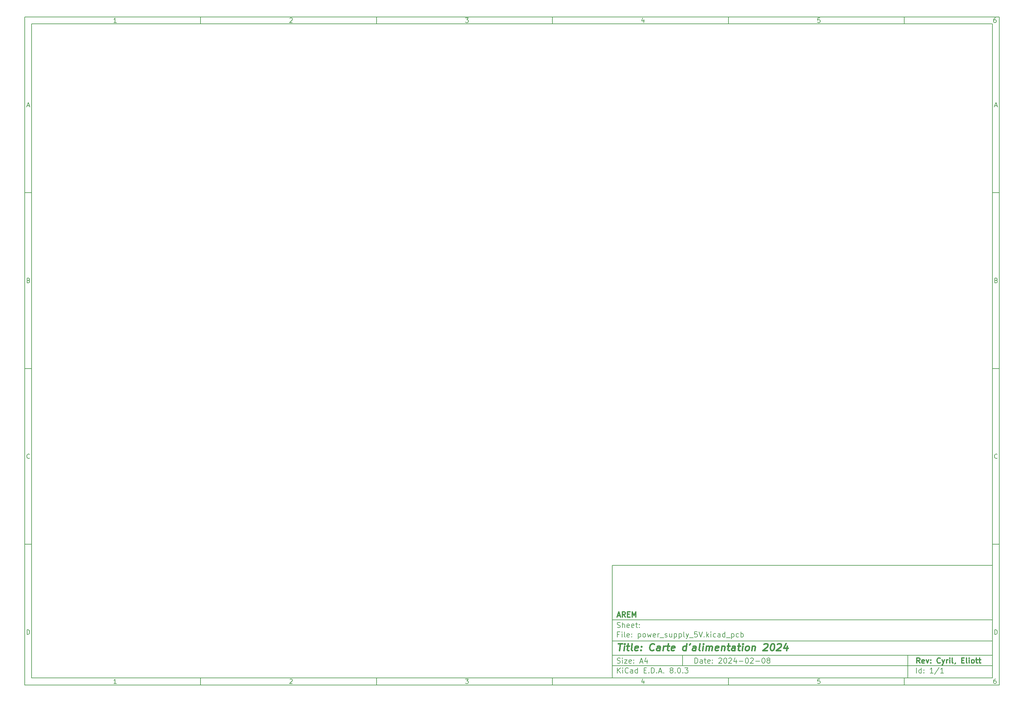
<source format=gbr>
%TF.GenerationSoftware,KiCad,Pcbnew,8.0.3*%
%TF.CreationDate,2024-09-28T16:10:37+02:00*%
%TF.ProjectId,power_supply_5V,706f7765-725f-4737-9570-706c795f3556,Cyril_ Eliott*%
%TF.SameCoordinates,Original*%
%TF.FileFunction,Paste,Top*%
%TF.FilePolarity,Positive*%
%FSLAX46Y46*%
G04 Gerber Fmt 4.6, Leading zero omitted, Abs format (unit mm)*
G04 Created by KiCad (PCBNEW 8.0.3) date 2024-09-28 16:10:37*
%MOMM*%
%LPD*%
G01*
G04 APERTURE LIST*
%ADD10C,0.100000*%
%ADD11C,0.150000*%
%ADD12C,0.300000*%
%ADD13C,0.400000*%
G04 APERTURE END LIST*
D10*
D11*
X177002200Y-166007200D02*
X285002200Y-166007200D01*
X285002200Y-198007200D01*
X177002200Y-198007200D01*
X177002200Y-166007200D01*
D10*
D11*
X10000000Y-10000000D02*
X287002200Y-10000000D01*
X287002200Y-200007200D01*
X10000000Y-200007200D01*
X10000000Y-10000000D01*
D10*
D11*
X12000000Y-12000000D02*
X285002200Y-12000000D01*
X285002200Y-198007200D01*
X12000000Y-198007200D01*
X12000000Y-12000000D01*
D10*
D11*
X60000000Y-12000000D02*
X60000000Y-10000000D01*
D10*
D11*
X110000000Y-12000000D02*
X110000000Y-10000000D01*
D10*
D11*
X160000000Y-12000000D02*
X160000000Y-10000000D01*
D10*
D11*
X210000000Y-12000000D02*
X210000000Y-10000000D01*
D10*
D11*
X260000000Y-12000000D02*
X260000000Y-10000000D01*
D10*
D11*
X36089160Y-11593604D02*
X35346303Y-11593604D01*
X35717731Y-11593604D02*
X35717731Y-10293604D01*
X35717731Y-10293604D02*
X35593922Y-10479319D01*
X35593922Y-10479319D02*
X35470112Y-10603128D01*
X35470112Y-10603128D02*
X35346303Y-10665033D01*
D10*
D11*
X85346303Y-10417414D02*
X85408207Y-10355509D01*
X85408207Y-10355509D02*
X85532017Y-10293604D01*
X85532017Y-10293604D02*
X85841541Y-10293604D01*
X85841541Y-10293604D02*
X85965350Y-10355509D01*
X85965350Y-10355509D02*
X86027255Y-10417414D01*
X86027255Y-10417414D02*
X86089160Y-10541223D01*
X86089160Y-10541223D02*
X86089160Y-10665033D01*
X86089160Y-10665033D02*
X86027255Y-10850747D01*
X86027255Y-10850747D02*
X85284398Y-11593604D01*
X85284398Y-11593604D02*
X86089160Y-11593604D01*
D10*
D11*
X135284398Y-10293604D02*
X136089160Y-10293604D01*
X136089160Y-10293604D02*
X135655826Y-10788842D01*
X135655826Y-10788842D02*
X135841541Y-10788842D01*
X135841541Y-10788842D02*
X135965350Y-10850747D01*
X135965350Y-10850747D02*
X136027255Y-10912652D01*
X136027255Y-10912652D02*
X136089160Y-11036461D01*
X136089160Y-11036461D02*
X136089160Y-11345985D01*
X136089160Y-11345985D02*
X136027255Y-11469795D01*
X136027255Y-11469795D02*
X135965350Y-11531700D01*
X135965350Y-11531700D02*
X135841541Y-11593604D01*
X135841541Y-11593604D02*
X135470112Y-11593604D01*
X135470112Y-11593604D02*
X135346303Y-11531700D01*
X135346303Y-11531700D02*
X135284398Y-11469795D01*
D10*
D11*
X185965350Y-10726938D02*
X185965350Y-11593604D01*
X185655826Y-10231700D02*
X185346303Y-11160271D01*
X185346303Y-11160271D02*
X186151064Y-11160271D01*
D10*
D11*
X236027255Y-10293604D02*
X235408207Y-10293604D01*
X235408207Y-10293604D02*
X235346303Y-10912652D01*
X235346303Y-10912652D02*
X235408207Y-10850747D01*
X235408207Y-10850747D02*
X235532017Y-10788842D01*
X235532017Y-10788842D02*
X235841541Y-10788842D01*
X235841541Y-10788842D02*
X235965350Y-10850747D01*
X235965350Y-10850747D02*
X236027255Y-10912652D01*
X236027255Y-10912652D02*
X236089160Y-11036461D01*
X236089160Y-11036461D02*
X236089160Y-11345985D01*
X236089160Y-11345985D02*
X236027255Y-11469795D01*
X236027255Y-11469795D02*
X235965350Y-11531700D01*
X235965350Y-11531700D02*
X235841541Y-11593604D01*
X235841541Y-11593604D02*
X235532017Y-11593604D01*
X235532017Y-11593604D02*
X235408207Y-11531700D01*
X235408207Y-11531700D02*
X235346303Y-11469795D01*
D10*
D11*
X285965350Y-10293604D02*
X285717731Y-10293604D01*
X285717731Y-10293604D02*
X285593922Y-10355509D01*
X285593922Y-10355509D02*
X285532017Y-10417414D01*
X285532017Y-10417414D02*
X285408207Y-10603128D01*
X285408207Y-10603128D02*
X285346303Y-10850747D01*
X285346303Y-10850747D02*
X285346303Y-11345985D01*
X285346303Y-11345985D02*
X285408207Y-11469795D01*
X285408207Y-11469795D02*
X285470112Y-11531700D01*
X285470112Y-11531700D02*
X285593922Y-11593604D01*
X285593922Y-11593604D02*
X285841541Y-11593604D01*
X285841541Y-11593604D02*
X285965350Y-11531700D01*
X285965350Y-11531700D02*
X286027255Y-11469795D01*
X286027255Y-11469795D02*
X286089160Y-11345985D01*
X286089160Y-11345985D02*
X286089160Y-11036461D01*
X286089160Y-11036461D02*
X286027255Y-10912652D01*
X286027255Y-10912652D02*
X285965350Y-10850747D01*
X285965350Y-10850747D02*
X285841541Y-10788842D01*
X285841541Y-10788842D02*
X285593922Y-10788842D01*
X285593922Y-10788842D02*
X285470112Y-10850747D01*
X285470112Y-10850747D02*
X285408207Y-10912652D01*
X285408207Y-10912652D02*
X285346303Y-11036461D01*
D10*
D11*
X60000000Y-198007200D02*
X60000000Y-200007200D01*
D10*
D11*
X110000000Y-198007200D02*
X110000000Y-200007200D01*
D10*
D11*
X160000000Y-198007200D02*
X160000000Y-200007200D01*
D10*
D11*
X210000000Y-198007200D02*
X210000000Y-200007200D01*
D10*
D11*
X260000000Y-198007200D02*
X260000000Y-200007200D01*
D10*
D11*
X36089160Y-199600804D02*
X35346303Y-199600804D01*
X35717731Y-199600804D02*
X35717731Y-198300804D01*
X35717731Y-198300804D02*
X35593922Y-198486519D01*
X35593922Y-198486519D02*
X35470112Y-198610328D01*
X35470112Y-198610328D02*
X35346303Y-198672233D01*
D10*
D11*
X85346303Y-198424614D02*
X85408207Y-198362709D01*
X85408207Y-198362709D02*
X85532017Y-198300804D01*
X85532017Y-198300804D02*
X85841541Y-198300804D01*
X85841541Y-198300804D02*
X85965350Y-198362709D01*
X85965350Y-198362709D02*
X86027255Y-198424614D01*
X86027255Y-198424614D02*
X86089160Y-198548423D01*
X86089160Y-198548423D02*
X86089160Y-198672233D01*
X86089160Y-198672233D02*
X86027255Y-198857947D01*
X86027255Y-198857947D02*
X85284398Y-199600804D01*
X85284398Y-199600804D02*
X86089160Y-199600804D01*
D10*
D11*
X135284398Y-198300804D02*
X136089160Y-198300804D01*
X136089160Y-198300804D02*
X135655826Y-198796042D01*
X135655826Y-198796042D02*
X135841541Y-198796042D01*
X135841541Y-198796042D02*
X135965350Y-198857947D01*
X135965350Y-198857947D02*
X136027255Y-198919852D01*
X136027255Y-198919852D02*
X136089160Y-199043661D01*
X136089160Y-199043661D02*
X136089160Y-199353185D01*
X136089160Y-199353185D02*
X136027255Y-199476995D01*
X136027255Y-199476995D02*
X135965350Y-199538900D01*
X135965350Y-199538900D02*
X135841541Y-199600804D01*
X135841541Y-199600804D02*
X135470112Y-199600804D01*
X135470112Y-199600804D02*
X135346303Y-199538900D01*
X135346303Y-199538900D02*
X135284398Y-199476995D01*
D10*
D11*
X185965350Y-198734138D02*
X185965350Y-199600804D01*
X185655826Y-198238900D02*
X185346303Y-199167471D01*
X185346303Y-199167471D02*
X186151064Y-199167471D01*
D10*
D11*
X236027255Y-198300804D02*
X235408207Y-198300804D01*
X235408207Y-198300804D02*
X235346303Y-198919852D01*
X235346303Y-198919852D02*
X235408207Y-198857947D01*
X235408207Y-198857947D02*
X235532017Y-198796042D01*
X235532017Y-198796042D02*
X235841541Y-198796042D01*
X235841541Y-198796042D02*
X235965350Y-198857947D01*
X235965350Y-198857947D02*
X236027255Y-198919852D01*
X236027255Y-198919852D02*
X236089160Y-199043661D01*
X236089160Y-199043661D02*
X236089160Y-199353185D01*
X236089160Y-199353185D02*
X236027255Y-199476995D01*
X236027255Y-199476995D02*
X235965350Y-199538900D01*
X235965350Y-199538900D02*
X235841541Y-199600804D01*
X235841541Y-199600804D02*
X235532017Y-199600804D01*
X235532017Y-199600804D02*
X235408207Y-199538900D01*
X235408207Y-199538900D02*
X235346303Y-199476995D01*
D10*
D11*
X285965350Y-198300804D02*
X285717731Y-198300804D01*
X285717731Y-198300804D02*
X285593922Y-198362709D01*
X285593922Y-198362709D02*
X285532017Y-198424614D01*
X285532017Y-198424614D02*
X285408207Y-198610328D01*
X285408207Y-198610328D02*
X285346303Y-198857947D01*
X285346303Y-198857947D02*
X285346303Y-199353185D01*
X285346303Y-199353185D02*
X285408207Y-199476995D01*
X285408207Y-199476995D02*
X285470112Y-199538900D01*
X285470112Y-199538900D02*
X285593922Y-199600804D01*
X285593922Y-199600804D02*
X285841541Y-199600804D01*
X285841541Y-199600804D02*
X285965350Y-199538900D01*
X285965350Y-199538900D02*
X286027255Y-199476995D01*
X286027255Y-199476995D02*
X286089160Y-199353185D01*
X286089160Y-199353185D02*
X286089160Y-199043661D01*
X286089160Y-199043661D02*
X286027255Y-198919852D01*
X286027255Y-198919852D02*
X285965350Y-198857947D01*
X285965350Y-198857947D02*
X285841541Y-198796042D01*
X285841541Y-198796042D02*
X285593922Y-198796042D01*
X285593922Y-198796042D02*
X285470112Y-198857947D01*
X285470112Y-198857947D02*
X285408207Y-198919852D01*
X285408207Y-198919852D02*
X285346303Y-199043661D01*
D10*
D11*
X10000000Y-60000000D02*
X12000000Y-60000000D01*
D10*
D11*
X10000000Y-110000000D02*
X12000000Y-110000000D01*
D10*
D11*
X10000000Y-160000000D02*
X12000000Y-160000000D01*
D10*
D11*
X10690476Y-35222176D02*
X11309523Y-35222176D01*
X10566666Y-35593604D02*
X10999999Y-34293604D01*
X10999999Y-34293604D02*
X11433333Y-35593604D01*
D10*
D11*
X11092857Y-84912652D02*
X11278571Y-84974557D01*
X11278571Y-84974557D02*
X11340476Y-85036461D01*
X11340476Y-85036461D02*
X11402380Y-85160271D01*
X11402380Y-85160271D02*
X11402380Y-85345985D01*
X11402380Y-85345985D02*
X11340476Y-85469795D01*
X11340476Y-85469795D02*
X11278571Y-85531700D01*
X11278571Y-85531700D02*
X11154761Y-85593604D01*
X11154761Y-85593604D02*
X10659523Y-85593604D01*
X10659523Y-85593604D02*
X10659523Y-84293604D01*
X10659523Y-84293604D02*
X11092857Y-84293604D01*
X11092857Y-84293604D02*
X11216666Y-84355509D01*
X11216666Y-84355509D02*
X11278571Y-84417414D01*
X11278571Y-84417414D02*
X11340476Y-84541223D01*
X11340476Y-84541223D02*
X11340476Y-84665033D01*
X11340476Y-84665033D02*
X11278571Y-84788842D01*
X11278571Y-84788842D02*
X11216666Y-84850747D01*
X11216666Y-84850747D02*
X11092857Y-84912652D01*
X11092857Y-84912652D02*
X10659523Y-84912652D01*
D10*
D11*
X11402380Y-135469795D02*
X11340476Y-135531700D01*
X11340476Y-135531700D02*
X11154761Y-135593604D01*
X11154761Y-135593604D02*
X11030952Y-135593604D01*
X11030952Y-135593604D02*
X10845238Y-135531700D01*
X10845238Y-135531700D02*
X10721428Y-135407890D01*
X10721428Y-135407890D02*
X10659523Y-135284080D01*
X10659523Y-135284080D02*
X10597619Y-135036461D01*
X10597619Y-135036461D02*
X10597619Y-134850747D01*
X10597619Y-134850747D02*
X10659523Y-134603128D01*
X10659523Y-134603128D02*
X10721428Y-134479319D01*
X10721428Y-134479319D02*
X10845238Y-134355509D01*
X10845238Y-134355509D02*
X11030952Y-134293604D01*
X11030952Y-134293604D02*
X11154761Y-134293604D01*
X11154761Y-134293604D02*
X11340476Y-134355509D01*
X11340476Y-134355509D02*
X11402380Y-134417414D01*
D10*
D11*
X10659523Y-185593604D02*
X10659523Y-184293604D01*
X10659523Y-184293604D02*
X10969047Y-184293604D01*
X10969047Y-184293604D02*
X11154761Y-184355509D01*
X11154761Y-184355509D02*
X11278571Y-184479319D01*
X11278571Y-184479319D02*
X11340476Y-184603128D01*
X11340476Y-184603128D02*
X11402380Y-184850747D01*
X11402380Y-184850747D02*
X11402380Y-185036461D01*
X11402380Y-185036461D02*
X11340476Y-185284080D01*
X11340476Y-185284080D02*
X11278571Y-185407890D01*
X11278571Y-185407890D02*
X11154761Y-185531700D01*
X11154761Y-185531700D02*
X10969047Y-185593604D01*
X10969047Y-185593604D02*
X10659523Y-185593604D01*
D10*
D11*
X287002200Y-60000000D02*
X285002200Y-60000000D01*
D10*
D11*
X287002200Y-110000000D02*
X285002200Y-110000000D01*
D10*
D11*
X287002200Y-160000000D02*
X285002200Y-160000000D01*
D10*
D11*
X285692676Y-35222176D02*
X286311723Y-35222176D01*
X285568866Y-35593604D02*
X286002199Y-34293604D01*
X286002199Y-34293604D02*
X286435533Y-35593604D01*
D10*
D11*
X286095057Y-84912652D02*
X286280771Y-84974557D01*
X286280771Y-84974557D02*
X286342676Y-85036461D01*
X286342676Y-85036461D02*
X286404580Y-85160271D01*
X286404580Y-85160271D02*
X286404580Y-85345985D01*
X286404580Y-85345985D02*
X286342676Y-85469795D01*
X286342676Y-85469795D02*
X286280771Y-85531700D01*
X286280771Y-85531700D02*
X286156961Y-85593604D01*
X286156961Y-85593604D02*
X285661723Y-85593604D01*
X285661723Y-85593604D02*
X285661723Y-84293604D01*
X285661723Y-84293604D02*
X286095057Y-84293604D01*
X286095057Y-84293604D02*
X286218866Y-84355509D01*
X286218866Y-84355509D02*
X286280771Y-84417414D01*
X286280771Y-84417414D02*
X286342676Y-84541223D01*
X286342676Y-84541223D02*
X286342676Y-84665033D01*
X286342676Y-84665033D02*
X286280771Y-84788842D01*
X286280771Y-84788842D02*
X286218866Y-84850747D01*
X286218866Y-84850747D02*
X286095057Y-84912652D01*
X286095057Y-84912652D02*
X285661723Y-84912652D01*
D10*
D11*
X286404580Y-135469795D02*
X286342676Y-135531700D01*
X286342676Y-135531700D02*
X286156961Y-135593604D01*
X286156961Y-135593604D02*
X286033152Y-135593604D01*
X286033152Y-135593604D02*
X285847438Y-135531700D01*
X285847438Y-135531700D02*
X285723628Y-135407890D01*
X285723628Y-135407890D02*
X285661723Y-135284080D01*
X285661723Y-135284080D02*
X285599819Y-135036461D01*
X285599819Y-135036461D02*
X285599819Y-134850747D01*
X285599819Y-134850747D02*
X285661723Y-134603128D01*
X285661723Y-134603128D02*
X285723628Y-134479319D01*
X285723628Y-134479319D02*
X285847438Y-134355509D01*
X285847438Y-134355509D02*
X286033152Y-134293604D01*
X286033152Y-134293604D02*
X286156961Y-134293604D01*
X286156961Y-134293604D02*
X286342676Y-134355509D01*
X286342676Y-134355509D02*
X286404580Y-134417414D01*
D10*
D11*
X285661723Y-185593604D02*
X285661723Y-184293604D01*
X285661723Y-184293604D02*
X285971247Y-184293604D01*
X285971247Y-184293604D02*
X286156961Y-184355509D01*
X286156961Y-184355509D02*
X286280771Y-184479319D01*
X286280771Y-184479319D02*
X286342676Y-184603128D01*
X286342676Y-184603128D02*
X286404580Y-184850747D01*
X286404580Y-184850747D02*
X286404580Y-185036461D01*
X286404580Y-185036461D02*
X286342676Y-185284080D01*
X286342676Y-185284080D02*
X286280771Y-185407890D01*
X286280771Y-185407890D02*
X286156961Y-185531700D01*
X286156961Y-185531700D02*
X285971247Y-185593604D01*
X285971247Y-185593604D02*
X285661723Y-185593604D01*
D10*
D11*
X200458026Y-193793328D02*
X200458026Y-192293328D01*
X200458026Y-192293328D02*
X200815169Y-192293328D01*
X200815169Y-192293328D02*
X201029455Y-192364757D01*
X201029455Y-192364757D02*
X201172312Y-192507614D01*
X201172312Y-192507614D02*
X201243741Y-192650471D01*
X201243741Y-192650471D02*
X201315169Y-192936185D01*
X201315169Y-192936185D02*
X201315169Y-193150471D01*
X201315169Y-193150471D02*
X201243741Y-193436185D01*
X201243741Y-193436185D02*
X201172312Y-193579042D01*
X201172312Y-193579042D02*
X201029455Y-193721900D01*
X201029455Y-193721900D02*
X200815169Y-193793328D01*
X200815169Y-193793328D02*
X200458026Y-193793328D01*
X202600884Y-193793328D02*
X202600884Y-193007614D01*
X202600884Y-193007614D02*
X202529455Y-192864757D01*
X202529455Y-192864757D02*
X202386598Y-192793328D01*
X202386598Y-192793328D02*
X202100884Y-192793328D01*
X202100884Y-192793328D02*
X201958026Y-192864757D01*
X202600884Y-193721900D02*
X202458026Y-193793328D01*
X202458026Y-193793328D02*
X202100884Y-193793328D01*
X202100884Y-193793328D02*
X201958026Y-193721900D01*
X201958026Y-193721900D02*
X201886598Y-193579042D01*
X201886598Y-193579042D02*
X201886598Y-193436185D01*
X201886598Y-193436185D02*
X201958026Y-193293328D01*
X201958026Y-193293328D02*
X202100884Y-193221900D01*
X202100884Y-193221900D02*
X202458026Y-193221900D01*
X202458026Y-193221900D02*
X202600884Y-193150471D01*
X203100884Y-192793328D02*
X203672312Y-192793328D01*
X203315169Y-192293328D02*
X203315169Y-193579042D01*
X203315169Y-193579042D02*
X203386598Y-193721900D01*
X203386598Y-193721900D02*
X203529455Y-193793328D01*
X203529455Y-193793328D02*
X203672312Y-193793328D01*
X204743741Y-193721900D02*
X204600884Y-193793328D01*
X204600884Y-193793328D02*
X204315170Y-193793328D01*
X204315170Y-193793328D02*
X204172312Y-193721900D01*
X204172312Y-193721900D02*
X204100884Y-193579042D01*
X204100884Y-193579042D02*
X204100884Y-193007614D01*
X204100884Y-193007614D02*
X204172312Y-192864757D01*
X204172312Y-192864757D02*
X204315170Y-192793328D01*
X204315170Y-192793328D02*
X204600884Y-192793328D01*
X204600884Y-192793328D02*
X204743741Y-192864757D01*
X204743741Y-192864757D02*
X204815170Y-193007614D01*
X204815170Y-193007614D02*
X204815170Y-193150471D01*
X204815170Y-193150471D02*
X204100884Y-193293328D01*
X205458026Y-193650471D02*
X205529455Y-193721900D01*
X205529455Y-193721900D02*
X205458026Y-193793328D01*
X205458026Y-193793328D02*
X205386598Y-193721900D01*
X205386598Y-193721900D02*
X205458026Y-193650471D01*
X205458026Y-193650471D02*
X205458026Y-193793328D01*
X205458026Y-192864757D02*
X205529455Y-192936185D01*
X205529455Y-192936185D02*
X205458026Y-193007614D01*
X205458026Y-193007614D02*
X205386598Y-192936185D01*
X205386598Y-192936185D02*
X205458026Y-192864757D01*
X205458026Y-192864757D02*
X205458026Y-193007614D01*
X207243741Y-192436185D02*
X207315169Y-192364757D01*
X207315169Y-192364757D02*
X207458027Y-192293328D01*
X207458027Y-192293328D02*
X207815169Y-192293328D01*
X207815169Y-192293328D02*
X207958027Y-192364757D01*
X207958027Y-192364757D02*
X208029455Y-192436185D01*
X208029455Y-192436185D02*
X208100884Y-192579042D01*
X208100884Y-192579042D02*
X208100884Y-192721900D01*
X208100884Y-192721900D02*
X208029455Y-192936185D01*
X208029455Y-192936185D02*
X207172312Y-193793328D01*
X207172312Y-193793328D02*
X208100884Y-193793328D01*
X209029455Y-192293328D02*
X209172312Y-192293328D01*
X209172312Y-192293328D02*
X209315169Y-192364757D01*
X209315169Y-192364757D02*
X209386598Y-192436185D01*
X209386598Y-192436185D02*
X209458026Y-192579042D01*
X209458026Y-192579042D02*
X209529455Y-192864757D01*
X209529455Y-192864757D02*
X209529455Y-193221900D01*
X209529455Y-193221900D02*
X209458026Y-193507614D01*
X209458026Y-193507614D02*
X209386598Y-193650471D01*
X209386598Y-193650471D02*
X209315169Y-193721900D01*
X209315169Y-193721900D02*
X209172312Y-193793328D01*
X209172312Y-193793328D02*
X209029455Y-193793328D01*
X209029455Y-193793328D02*
X208886598Y-193721900D01*
X208886598Y-193721900D02*
X208815169Y-193650471D01*
X208815169Y-193650471D02*
X208743740Y-193507614D01*
X208743740Y-193507614D02*
X208672312Y-193221900D01*
X208672312Y-193221900D02*
X208672312Y-192864757D01*
X208672312Y-192864757D02*
X208743740Y-192579042D01*
X208743740Y-192579042D02*
X208815169Y-192436185D01*
X208815169Y-192436185D02*
X208886598Y-192364757D01*
X208886598Y-192364757D02*
X209029455Y-192293328D01*
X210100883Y-192436185D02*
X210172311Y-192364757D01*
X210172311Y-192364757D02*
X210315169Y-192293328D01*
X210315169Y-192293328D02*
X210672311Y-192293328D01*
X210672311Y-192293328D02*
X210815169Y-192364757D01*
X210815169Y-192364757D02*
X210886597Y-192436185D01*
X210886597Y-192436185D02*
X210958026Y-192579042D01*
X210958026Y-192579042D02*
X210958026Y-192721900D01*
X210958026Y-192721900D02*
X210886597Y-192936185D01*
X210886597Y-192936185D02*
X210029454Y-193793328D01*
X210029454Y-193793328D02*
X210958026Y-193793328D01*
X212243740Y-192793328D02*
X212243740Y-193793328D01*
X211886597Y-192221900D02*
X211529454Y-193293328D01*
X211529454Y-193293328D02*
X212458025Y-193293328D01*
X213029453Y-193221900D02*
X214172311Y-193221900D01*
X215172311Y-192293328D02*
X215315168Y-192293328D01*
X215315168Y-192293328D02*
X215458025Y-192364757D01*
X215458025Y-192364757D02*
X215529454Y-192436185D01*
X215529454Y-192436185D02*
X215600882Y-192579042D01*
X215600882Y-192579042D02*
X215672311Y-192864757D01*
X215672311Y-192864757D02*
X215672311Y-193221900D01*
X215672311Y-193221900D02*
X215600882Y-193507614D01*
X215600882Y-193507614D02*
X215529454Y-193650471D01*
X215529454Y-193650471D02*
X215458025Y-193721900D01*
X215458025Y-193721900D02*
X215315168Y-193793328D01*
X215315168Y-193793328D02*
X215172311Y-193793328D01*
X215172311Y-193793328D02*
X215029454Y-193721900D01*
X215029454Y-193721900D02*
X214958025Y-193650471D01*
X214958025Y-193650471D02*
X214886596Y-193507614D01*
X214886596Y-193507614D02*
X214815168Y-193221900D01*
X214815168Y-193221900D02*
X214815168Y-192864757D01*
X214815168Y-192864757D02*
X214886596Y-192579042D01*
X214886596Y-192579042D02*
X214958025Y-192436185D01*
X214958025Y-192436185D02*
X215029454Y-192364757D01*
X215029454Y-192364757D02*
X215172311Y-192293328D01*
X216243739Y-192436185D02*
X216315167Y-192364757D01*
X216315167Y-192364757D02*
X216458025Y-192293328D01*
X216458025Y-192293328D02*
X216815167Y-192293328D01*
X216815167Y-192293328D02*
X216958025Y-192364757D01*
X216958025Y-192364757D02*
X217029453Y-192436185D01*
X217029453Y-192436185D02*
X217100882Y-192579042D01*
X217100882Y-192579042D02*
X217100882Y-192721900D01*
X217100882Y-192721900D02*
X217029453Y-192936185D01*
X217029453Y-192936185D02*
X216172310Y-193793328D01*
X216172310Y-193793328D02*
X217100882Y-193793328D01*
X217743738Y-193221900D02*
X218886596Y-193221900D01*
X219886596Y-192293328D02*
X220029453Y-192293328D01*
X220029453Y-192293328D02*
X220172310Y-192364757D01*
X220172310Y-192364757D02*
X220243739Y-192436185D01*
X220243739Y-192436185D02*
X220315167Y-192579042D01*
X220315167Y-192579042D02*
X220386596Y-192864757D01*
X220386596Y-192864757D02*
X220386596Y-193221900D01*
X220386596Y-193221900D02*
X220315167Y-193507614D01*
X220315167Y-193507614D02*
X220243739Y-193650471D01*
X220243739Y-193650471D02*
X220172310Y-193721900D01*
X220172310Y-193721900D02*
X220029453Y-193793328D01*
X220029453Y-193793328D02*
X219886596Y-193793328D01*
X219886596Y-193793328D02*
X219743739Y-193721900D01*
X219743739Y-193721900D02*
X219672310Y-193650471D01*
X219672310Y-193650471D02*
X219600881Y-193507614D01*
X219600881Y-193507614D02*
X219529453Y-193221900D01*
X219529453Y-193221900D02*
X219529453Y-192864757D01*
X219529453Y-192864757D02*
X219600881Y-192579042D01*
X219600881Y-192579042D02*
X219672310Y-192436185D01*
X219672310Y-192436185D02*
X219743739Y-192364757D01*
X219743739Y-192364757D02*
X219886596Y-192293328D01*
X221243738Y-192936185D02*
X221100881Y-192864757D01*
X221100881Y-192864757D02*
X221029452Y-192793328D01*
X221029452Y-192793328D02*
X220958024Y-192650471D01*
X220958024Y-192650471D02*
X220958024Y-192579042D01*
X220958024Y-192579042D02*
X221029452Y-192436185D01*
X221029452Y-192436185D02*
X221100881Y-192364757D01*
X221100881Y-192364757D02*
X221243738Y-192293328D01*
X221243738Y-192293328D02*
X221529452Y-192293328D01*
X221529452Y-192293328D02*
X221672310Y-192364757D01*
X221672310Y-192364757D02*
X221743738Y-192436185D01*
X221743738Y-192436185D02*
X221815167Y-192579042D01*
X221815167Y-192579042D02*
X221815167Y-192650471D01*
X221815167Y-192650471D02*
X221743738Y-192793328D01*
X221743738Y-192793328D02*
X221672310Y-192864757D01*
X221672310Y-192864757D02*
X221529452Y-192936185D01*
X221529452Y-192936185D02*
X221243738Y-192936185D01*
X221243738Y-192936185D02*
X221100881Y-193007614D01*
X221100881Y-193007614D02*
X221029452Y-193079042D01*
X221029452Y-193079042D02*
X220958024Y-193221900D01*
X220958024Y-193221900D02*
X220958024Y-193507614D01*
X220958024Y-193507614D02*
X221029452Y-193650471D01*
X221029452Y-193650471D02*
X221100881Y-193721900D01*
X221100881Y-193721900D02*
X221243738Y-193793328D01*
X221243738Y-193793328D02*
X221529452Y-193793328D01*
X221529452Y-193793328D02*
X221672310Y-193721900D01*
X221672310Y-193721900D02*
X221743738Y-193650471D01*
X221743738Y-193650471D02*
X221815167Y-193507614D01*
X221815167Y-193507614D02*
X221815167Y-193221900D01*
X221815167Y-193221900D02*
X221743738Y-193079042D01*
X221743738Y-193079042D02*
X221672310Y-193007614D01*
X221672310Y-193007614D02*
X221529452Y-192936185D01*
D10*
D11*
X177002200Y-194507200D02*
X285002200Y-194507200D01*
D10*
D11*
X178458026Y-196593328D02*
X178458026Y-195093328D01*
X179315169Y-196593328D02*
X178672312Y-195736185D01*
X179315169Y-195093328D02*
X178458026Y-195950471D01*
X179958026Y-196593328D02*
X179958026Y-195593328D01*
X179958026Y-195093328D02*
X179886598Y-195164757D01*
X179886598Y-195164757D02*
X179958026Y-195236185D01*
X179958026Y-195236185D02*
X180029455Y-195164757D01*
X180029455Y-195164757D02*
X179958026Y-195093328D01*
X179958026Y-195093328D02*
X179958026Y-195236185D01*
X181529455Y-196450471D02*
X181458027Y-196521900D01*
X181458027Y-196521900D02*
X181243741Y-196593328D01*
X181243741Y-196593328D02*
X181100884Y-196593328D01*
X181100884Y-196593328D02*
X180886598Y-196521900D01*
X180886598Y-196521900D02*
X180743741Y-196379042D01*
X180743741Y-196379042D02*
X180672312Y-196236185D01*
X180672312Y-196236185D02*
X180600884Y-195950471D01*
X180600884Y-195950471D02*
X180600884Y-195736185D01*
X180600884Y-195736185D02*
X180672312Y-195450471D01*
X180672312Y-195450471D02*
X180743741Y-195307614D01*
X180743741Y-195307614D02*
X180886598Y-195164757D01*
X180886598Y-195164757D02*
X181100884Y-195093328D01*
X181100884Y-195093328D02*
X181243741Y-195093328D01*
X181243741Y-195093328D02*
X181458027Y-195164757D01*
X181458027Y-195164757D02*
X181529455Y-195236185D01*
X182815170Y-196593328D02*
X182815170Y-195807614D01*
X182815170Y-195807614D02*
X182743741Y-195664757D01*
X182743741Y-195664757D02*
X182600884Y-195593328D01*
X182600884Y-195593328D02*
X182315170Y-195593328D01*
X182315170Y-195593328D02*
X182172312Y-195664757D01*
X182815170Y-196521900D02*
X182672312Y-196593328D01*
X182672312Y-196593328D02*
X182315170Y-196593328D01*
X182315170Y-196593328D02*
X182172312Y-196521900D01*
X182172312Y-196521900D02*
X182100884Y-196379042D01*
X182100884Y-196379042D02*
X182100884Y-196236185D01*
X182100884Y-196236185D02*
X182172312Y-196093328D01*
X182172312Y-196093328D02*
X182315170Y-196021900D01*
X182315170Y-196021900D02*
X182672312Y-196021900D01*
X182672312Y-196021900D02*
X182815170Y-195950471D01*
X184172313Y-196593328D02*
X184172313Y-195093328D01*
X184172313Y-196521900D02*
X184029455Y-196593328D01*
X184029455Y-196593328D02*
X183743741Y-196593328D01*
X183743741Y-196593328D02*
X183600884Y-196521900D01*
X183600884Y-196521900D02*
X183529455Y-196450471D01*
X183529455Y-196450471D02*
X183458027Y-196307614D01*
X183458027Y-196307614D02*
X183458027Y-195879042D01*
X183458027Y-195879042D02*
X183529455Y-195736185D01*
X183529455Y-195736185D02*
X183600884Y-195664757D01*
X183600884Y-195664757D02*
X183743741Y-195593328D01*
X183743741Y-195593328D02*
X184029455Y-195593328D01*
X184029455Y-195593328D02*
X184172313Y-195664757D01*
X186029455Y-195807614D02*
X186529455Y-195807614D01*
X186743741Y-196593328D02*
X186029455Y-196593328D01*
X186029455Y-196593328D02*
X186029455Y-195093328D01*
X186029455Y-195093328D02*
X186743741Y-195093328D01*
X187386598Y-196450471D02*
X187458027Y-196521900D01*
X187458027Y-196521900D02*
X187386598Y-196593328D01*
X187386598Y-196593328D02*
X187315170Y-196521900D01*
X187315170Y-196521900D02*
X187386598Y-196450471D01*
X187386598Y-196450471D02*
X187386598Y-196593328D01*
X188100884Y-196593328D02*
X188100884Y-195093328D01*
X188100884Y-195093328D02*
X188458027Y-195093328D01*
X188458027Y-195093328D02*
X188672313Y-195164757D01*
X188672313Y-195164757D02*
X188815170Y-195307614D01*
X188815170Y-195307614D02*
X188886599Y-195450471D01*
X188886599Y-195450471D02*
X188958027Y-195736185D01*
X188958027Y-195736185D02*
X188958027Y-195950471D01*
X188958027Y-195950471D02*
X188886599Y-196236185D01*
X188886599Y-196236185D02*
X188815170Y-196379042D01*
X188815170Y-196379042D02*
X188672313Y-196521900D01*
X188672313Y-196521900D02*
X188458027Y-196593328D01*
X188458027Y-196593328D02*
X188100884Y-196593328D01*
X189600884Y-196450471D02*
X189672313Y-196521900D01*
X189672313Y-196521900D02*
X189600884Y-196593328D01*
X189600884Y-196593328D02*
X189529456Y-196521900D01*
X189529456Y-196521900D02*
X189600884Y-196450471D01*
X189600884Y-196450471D02*
X189600884Y-196593328D01*
X190243742Y-196164757D02*
X190958028Y-196164757D01*
X190100885Y-196593328D02*
X190600885Y-195093328D01*
X190600885Y-195093328D02*
X191100885Y-196593328D01*
X191600884Y-196450471D02*
X191672313Y-196521900D01*
X191672313Y-196521900D02*
X191600884Y-196593328D01*
X191600884Y-196593328D02*
X191529456Y-196521900D01*
X191529456Y-196521900D02*
X191600884Y-196450471D01*
X191600884Y-196450471D02*
X191600884Y-196593328D01*
X193672313Y-195736185D02*
X193529456Y-195664757D01*
X193529456Y-195664757D02*
X193458027Y-195593328D01*
X193458027Y-195593328D02*
X193386599Y-195450471D01*
X193386599Y-195450471D02*
X193386599Y-195379042D01*
X193386599Y-195379042D02*
X193458027Y-195236185D01*
X193458027Y-195236185D02*
X193529456Y-195164757D01*
X193529456Y-195164757D02*
X193672313Y-195093328D01*
X193672313Y-195093328D02*
X193958027Y-195093328D01*
X193958027Y-195093328D02*
X194100885Y-195164757D01*
X194100885Y-195164757D02*
X194172313Y-195236185D01*
X194172313Y-195236185D02*
X194243742Y-195379042D01*
X194243742Y-195379042D02*
X194243742Y-195450471D01*
X194243742Y-195450471D02*
X194172313Y-195593328D01*
X194172313Y-195593328D02*
X194100885Y-195664757D01*
X194100885Y-195664757D02*
X193958027Y-195736185D01*
X193958027Y-195736185D02*
X193672313Y-195736185D01*
X193672313Y-195736185D02*
X193529456Y-195807614D01*
X193529456Y-195807614D02*
X193458027Y-195879042D01*
X193458027Y-195879042D02*
X193386599Y-196021900D01*
X193386599Y-196021900D02*
X193386599Y-196307614D01*
X193386599Y-196307614D02*
X193458027Y-196450471D01*
X193458027Y-196450471D02*
X193529456Y-196521900D01*
X193529456Y-196521900D02*
X193672313Y-196593328D01*
X193672313Y-196593328D02*
X193958027Y-196593328D01*
X193958027Y-196593328D02*
X194100885Y-196521900D01*
X194100885Y-196521900D02*
X194172313Y-196450471D01*
X194172313Y-196450471D02*
X194243742Y-196307614D01*
X194243742Y-196307614D02*
X194243742Y-196021900D01*
X194243742Y-196021900D02*
X194172313Y-195879042D01*
X194172313Y-195879042D02*
X194100885Y-195807614D01*
X194100885Y-195807614D02*
X193958027Y-195736185D01*
X194886598Y-196450471D02*
X194958027Y-196521900D01*
X194958027Y-196521900D02*
X194886598Y-196593328D01*
X194886598Y-196593328D02*
X194815170Y-196521900D01*
X194815170Y-196521900D02*
X194886598Y-196450471D01*
X194886598Y-196450471D02*
X194886598Y-196593328D01*
X195886599Y-195093328D02*
X196029456Y-195093328D01*
X196029456Y-195093328D02*
X196172313Y-195164757D01*
X196172313Y-195164757D02*
X196243742Y-195236185D01*
X196243742Y-195236185D02*
X196315170Y-195379042D01*
X196315170Y-195379042D02*
X196386599Y-195664757D01*
X196386599Y-195664757D02*
X196386599Y-196021900D01*
X196386599Y-196021900D02*
X196315170Y-196307614D01*
X196315170Y-196307614D02*
X196243742Y-196450471D01*
X196243742Y-196450471D02*
X196172313Y-196521900D01*
X196172313Y-196521900D02*
X196029456Y-196593328D01*
X196029456Y-196593328D02*
X195886599Y-196593328D01*
X195886599Y-196593328D02*
X195743742Y-196521900D01*
X195743742Y-196521900D02*
X195672313Y-196450471D01*
X195672313Y-196450471D02*
X195600884Y-196307614D01*
X195600884Y-196307614D02*
X195529456Y-196021900D01*
X195529456Y-196021900D02*
X195529456Y-195664757D01*
X195529456Y-195664757D02*
X195600884Y-195379042D01*
X195600884Y-195379042D02*
X195672313Y-195236185D01*
X195672313Y-195236185D02*
X195743742Y-195164757D01*
X195743742Y-195164757D02*
X195886599Y-195093328D01*
X197029455Y-196450471D02*
X197100884Y-196521900D01*
X197100884Y-196521900D02*
X197029455Y-196593328D01*
X197029455Y-196593328D02*
X196958027Y-196521900D01*
X196958027Y-196521900D02*
X197029455Y-196450471D01*
X197029455Y-196450471D02*
X197029455Y-196593328D01*
X197600884Y-195093328D02*
X198529456Y-195093328D01*
X198529456Y-195093328D02*
X198029456Y-195664757D01*
X198029456Y-195664757D02*
X198243741Y-195664757D01*
X198243741Y-195664757D02*
X198386599Y-195736185D01*
X198386599Y-195736185D02*
X198458027Y-195807614D01*
X198458027Y-195807614D02*
X198529456Y-195950471D01*
X198529456Y-195950471D02*
X198529456Y-196307614D01*
X198529456Y-196307614D02*
X198458027Y-196450471D01*
X198458027Y-196450471D02*
X198386599Y-196521900D01*
X198386599Y-196521900D02*
X198243741Y-196593328D01*
X198243741Y-196593328D02*
X197815170Y-196593328D01*
X197815170Y-196593328D02*
X197672313Y-196521900D01*
X197672313Y-196521900D02*
X197600884Y-196450471D01*
D10*
D11*
X177002200Y-191507200D02*
X285002200Y-191507200D01*
D10*
D12*
X264413853Y-193785528D02*
X263913853Y-193071242D01*
X263556710Y-193785528D02*
X263556710Y-192285528D01*
X263556710Y-192285528D02*
X264128139Y-192285528D01*
X264128139Y-192285528D02*
X264270996Y-192356957D01*
X264270996Y-192356957D02*
X264342425Y-192428385D01*
X264342425Y-192428385D02*
X264413853Y-192571242D01*
X264413853Y-192571242D02*
X264413853Y-192785528D01*
X264413853Y-192785528D02*
X264342425Y-192928385D01*
X264342425Y-192928385D02*
X264270996Y-192999814D01*
X264270996Y-192999814D02*
X264128139Y-193071242D01*
X264128139Y-193071242D02*
X263556710Y-193071242D01*
X265628139Y-193714100D02*
X265485282Y-193785528D01*
X265485282Y-193785528D02*
X265199568Y-193785528D01*
X265199568Y-193785528D02*
X265056710Y-193714100D01*
X265056710Y-193714100D02*
X264985282Y-193571242D01*
X264985282Y-193571242D02*
X264985282Y-192999814D01*
X264985282Y-192999814D02*
X265056710Y-192856957D01*
X265056710Y-192856957D02*
X265199568Y-192785528D01*
X265199568Y-192785528D02*
X265485282Y-192785528D01*
X265485282Y-192785528D02*
X265628139Y-192856957D01*
X265628139Y-192856957D02*
X265699568Y-192999814D01*
X265699568Y-192999814D02*
X265699568Y-193142671D01*
X265699568Y-193142671D02*
X264985282Y-193285528D01*
X266199567Y-192785528D02*
X266556710Y-193785528D01*
X266556710Y-193785528D02*
X266913853Y-192785528D01*
X267485281Y-193642671D02*
X267556710Y-193714100D01*
X267556710Y-193714100D02*
X267485281Y-193785528D01*
X267485281Y-193785528D02*
X267413853Y-193714100D01*
X267413853Y-193714100D02*
X267485281Y-193642671D01*
X267485281Y-193642671D02*
X267485281Y-193785528D01*
X267485281Y-192856957D02*
X267556710Y-192928385D01*
X267556710Y-192928385D02*
X267485281Y-192999814D01*
X267485281Y-192999814D02*
X267413853Y-192928385D01*
X267413853Y-192928385D02*
X267485281Y-192856957D01*
X267485281Y-192856957D02*
X267485281Y-192999814D01*
X270199567Y-193642671D02*
X270128139Y-193714100D01*
X270128139Y-193714100D02*
X269913853Y-193785528D01*
X269913853Y-193785528D02*
X269770996Y-193785528D01*
X269770996Y-193785528D02*
X269556710Y-193714100D01*
X269556710Y-193714100D02*
X269413853Y-193571242D01*
X269413853Y-193571242D02*
X269342424Y-193428385D01*
X269342424Y-193428385D02*
X269270996Y-193142671D01*
X269270996Y-193142671D02*
X269270996Y-192928385D01*
X269270996Y-192928385D02*
X269342424Y-192642671D01*
X269342424Y-192642671D02*
X269413853Y-192499814D01*
X269413853Y-192499814D02*
X269556710Y-192356957D01*
X269556710Y-192356957D02*
X269770996Y-192285528D01*
X269770996Y-192285528D02*
X269913853Y-192285528D01*
X269913853Y-192285528D02*
X270128139Y-192356957D01*
X270128139Y-192356957D02*
X270199567Y-192428385D01*
X270699567Y-192785528D02*
X271056710Y-193785528D01*
X271413853Y-192785528D02*
X271056710Y-193785528D01*
X271056710Y-193785528D02*
X270913853Y-194142671D01*
X270913853Y-194142671D02*
X270842424Y-194214100D01*
X270842424Y-194214100D02*
X270699567Y-194285528D01*
X271985281Y-193785528D02*
X271985281Y-192785528D01*
X271985281Y-193071242D02*
X272056710Y-192928385D01*
X272056710Y-192928385D02*
X272128139Y-192856957D01*
X272128139Y-192856957D02*
X272270996Y-192785528D01*
X272270996Y-192785528D02*
X272413853Y-192785528D01*
X272913852Y-193785528D02*
X272913852Y-192785528D01*
X272913852Y-192285528D02*
X272842424Y-192356957D01*
X272842424Y-192356957D02*
X272913852Y-192428385D01*
X272913852Y-192428385D02*
X272985281Y-192356957D01*
X272985281Y-192356957D02*
X272913852Y-192285528D01*
X272913852Y-192285528D02*
X272913852Y-192428385D01*
X273842424Y-193785528D02*
X273699567Y-193714100D01*
X273699567Y-193714100D02*
X273628138Y-193571242D01*
X273628138Y-193571242D02*
X273628138Y-192285528D01*
X274485281Y-193714100D02*
X274485281Y-193785528D01*
X274485281Y-193785528D02*
X274413852Y-193928385D01*
X274413852Y-193928385D02*
X274342424Y-193999814D01*
X276270995Y-192999814D02*
X276770995Y-192999814D01*
X276985281Y-193785528D02*
X276270995Y-193785528D01*
X276270995Y-193785528D02*
X276270995Y-192285528D01*
X276270995Y-192285528D02*
X276985281Y-192285528D01*
X277842424Y-193785528D02*
X277699567Y-193714100D01*
X277699567Y-193714100D02*
X277628138Y-193571242D01*
X277628138Y-193571242D02*
X277628138Y-192285528D01*
X278413852Y-193785528D02*
X278413852Y-192785528D01*
X278413852Y-192285528D02*
X278342424Y-192356957D01*
X278342424Y-192356957D02*
X278413852Y-192428385D01*
X278413852Y-192428385D02*
X278485281Y-192356957D01*
X278485281Y-192356957D02*
X278413852Y-192285528D01*
X278413852Y-192285528D02*
X278413852Y-192428385D01*
X279342424Y-193785528D02*
X279199567Y-193714100D01*
X279199567Y-193714100D02*
X279128138Y-193642671D01*
X279128138Y-193642671D02*
X279056710Y-193499814D01*
X279056710Y-193499814D02*
X279056710Y-193071242D01*
X279056710Y-193071242D02*
X279128138Y-192928385D01*
X279128138Y-192928385D02*
X279199567Y-192856957D01*
X279199567Y-192856957D02*
X279342424Y-192785528D01*
X279342424Y-192785528D02*
X279556710Y-192785528D01*
X279556710Y-192785528D02*
X279699567Y-192856957D01*
X279699567Y-192856957D02*
X279770996Y-192928385D01*
X279770996Y-192928385D02*
X279842424Y-193071242D01*
X279842424Y-193071242D02*
X279842424Y-193499814D01*
X279842424Y-193499814D02*
X279770996Y-193642671D01*
X279770996Y-193642671D02*
X279699567Y-193714100D01*
X279699567Y-193714100D02*
X279556710Y-193785528D01*
X279556710Y-193785528D02*
X279342424Y-193785528D01*
X280270996Y-192785528D02*
X280842424Y-192785528D01*
X280485281Y-192285528D02*
X280485281Y-193571242D01*
X280485281Y-193571242D02*
X280556710Y-193714100D01*
X280556710Y-193714100D02*
X280699567Y-193785528D01*
X280699567Y-193785528D02*
X280842424Y-193785528D01*
X281128139Y-192785528D02*
X281699567Y-192785528D01*
X281342424Y-192285528D02*
X281342424Y-193571242D01*
X281342424Y-193571242D02*
X281413853Y-193714100D01*
X281413853Y-193714100D02*
X281556710Y-193785528D01*
X281556710Y-193785528D02*
X281699567Y-193785528D01*
D10*
D11*
X178386598Y-193721900D02*
X178600884Y-193793328D01*
X178600884Y-193793328D02*
X178958026Y-193793328D01*
X178958026Y-193793328D02*
X179100884Y-193721900D01*
X179100884Y-193721900D02*
X179172312Y-193650471D01*
X179172312Y-193650471D02*
X179243741Y-193507614D01*
X179243741Y-193507614D02*
X179243741Y-193364757D01*
X179243741Y-193364757D02*
X179172312Y-193221900D01*
X179172312Y-193221900D02*
X179100884Y-193150471D01*
X179100884Y-193150471D02*
X178958026Y-193079042D01*
X178958026Y-193079042D02*
X178672312Y-193007614D01*
X178672312Y-193007614D02*
X178529455Y-192936185D01*
X178529455Y-192936185D02*
X178458026Y-192864757D01*
X178458026Y-192864757D02*
X178386598Y-192721900D01*
X178386598Y-192721900D02*
X178386598Y-192579042D01*
X178386598Y-192579042D02*
X178458026Y-192436185D01*
X178458026Y-192436185D02*
X178529455Y-192364757D01*
X178529455Y-192364757D02*
X178672312Y-192293328D01*
X178672312Y-192293328D02*
X179029455Y-192293328D01*
X179029455Y-192293328D02*
X179243741Y-192364757D01*
X179886597Y-193793328D02*
X179886597Y-192793328D01*
X179886597Y-192293328D02*
X179815169Y-192364757D01*
X179815169Y-192364757D02*
X179886597Y-192436185D01*
X179886597Y-192436185D02*
X179958026Y-192364757D01*
X179958026Y-192364757D02*
X179886597Y-192293328D01*
X179886597Y-192293328D02*
X179886597Y-192436185D01*
X180458026Y-192793328D02*
X181243741Y-192793328D01*
X181243741Y-192793328D02*
X180458026Y-193793328D01*
X180458026Y-193793328D02*
X181243741Y-193793328D01*
X182386598Y-193721900D02*
X182243741Y-193793328D01*
X182243741Y-193793328D02*
X181958027Y-193793328D01*
X181958027Y-193793328D02*
X181815169Y-193721900D01*
X181815169Y-193721900D02*
X181743741Y-193579042D01*
X181743741Y-193579042D02*
X181743741Y-193007614D01*
X181743741Y-193007614D02*
X181815169Y-192864757D01*
X181815169Y-192864757D02*
X181958027Y-192793328D01*
X181958027Y-192793328D02*
X182243741Y-192793328D01*
X182243741Y-192793328D02*
X182386598Y-192864757D01*
X182386598Y-192864757D02*
X182458027Y-193007614D01*
X182458027Y-193007614D02*
X182458027Y-193150471D01*
X182458027Y-193150471D02*
X181743741Y-193293328D01*
X183100883Y-193650471D02*
X183172312Y-193721900D01*
X183172312Y-193721900D02*
X183100883Y-193793328D01*
X183100883Y-193793328D02*
X183029455Y-193721900D01*
X183029455Y-193721900D02*
X183100883Y-193650471D01*
X183100883Y-193650471D02*
X183100883Y-193793328D01*
X183100883Y-192864757D02*
X183172312Y-192936185D01*
X183172312Y-192936185D02*
X183100883Y-193007614D01*
X183100883Y-193007614D02*
X183029455Y-192936185D01*
X183029455Y-192936185D02*
X183100883Y-192864757D01*
X183100883Y-192864757D02*
X183100883Y-193007614D01*
X184886598Y-193364757D02*
X185600884Y-193364757D01*
X184743741Y-193793328D02*
X185243741Y-192293328D01*
X185243741Y-192293328D02*
X185743741Y-193793328D01*
X186886598Y-192793328D02*
X186886598Y-193793328D01*
X186529455Y-192221900D02*
X186172312Y-193293328D01*
X186172312Y-193293328D02*
X187100883Y-193293328D01*
D10*
D11*
X263458026Y-196593328D02*
X263458026Y-195093328D01*
X264815170Y-196593328D02*
X264815170Y-195093328D01*
X264815170Y-196521900D02*
X264672312Y-196593328D01*
X264672312Y-196593328D02*
X264386598Y-196593328D01*
X264386598Y-196593328D02*
X264243741Y-196521900D01*
X264243741Y-196521900D02*
X264172312Y-196450471D01*
X264172312Y-196450471D02*
X264100884Y-196307614D01*
X264100884Y-196307614D02*
X264100884Y-195879042D01*
X264100884Y-195879042D02*
X264172312Y-195736185D01*
X264172312Y-195736185D02*
X264243741Y-195664757D01*
X264243741Y-195664757D02*
X264386598Y-195593328D01*
X264386598Y-195593328D02*
X264672312Y-195593328D01*
X264672312Y-195593328D02*
X264815170Y-195664757D01*
X265529455Y-196450471D02*
X265600884Y-196521900D01*
X265600884Y-196521900D02*
X265529455Y-196593328D01*
X265529455Y-196593328D02*
X265458027Y-196521900D01*
X265458027Y-196521900D02*
X265529455Y-196450471D01*
X265529455Y-196450471D02*
X265529455Y-196593328D01*
X265529455Y-195664757D02*
X265600884Y-195736185D01*
X265600884Y-195736185D02*
X265529455Y-195807614D01*
X265529455Y-195807614D02*
X265458027Y-195736185D01*
X265458027Y-195736185D02*
X265529455Y-195664757D01*
X265529455Y-195664757D02*
X265529455Y-195807614D01*
X268172313Y-196593328D02*
X267315170Y-196593328D01*
X267743741Y-196593328D02*
X267743741Y-195093328D01*
X267743741Y-195093328D02*
X267600884Y-195307614D01*
X267600884Y-195307614D02*
X267458027Y-195450471D01*
X267458027Y-195450471D02*
X267315170Y-195521900D01*
X269886598Y-195021900D02*
X268600884Y-196950471D01*
X271172313Y-196593328D02*
X270315170Y-196593328D01*
X270743741Y-196593328D02*
X270743741Y-195093328D01*
X270743741Y-195093328D02*
X270600884Y-195307614D01*
X270600884Y-195307614D02*
X270458027Y-195450471D01*
X270458027Y-195450471D02*
X270315170Y-195521900D01*
D10*
D11*
X177002200Y-187507200D02*
X285002200Y-187507200D01*
D10*
D13*
X178693928Y-188211638D02*
X179836785Y-188211638D01*
X179015357Y-190211638D02*
X179265357Y-188211638D01*
X180253452Y-190211638D02*
X180420119Y-188878304D01*
X180503452Y-188211638D02*
X180396309Y-188306876D01*
X180396309Y-188306876D02*
X180479643Y-188402114D01*
X180479643Y-188402114D02*
X180586786Y-188306876D01*
X180586786Y-188306876D02*
X180503452Y-188211638D01*
X180503452Y-188211638D02*
X180479643Y-188402114D01*
X181086786Y-188878304D02*
X181848690Y-188878304D01*
X181455833Y-188211638D02*
X181241548Y-189925923D01*
X181241548Y-189925923D02*
X181312976Y-190116400D01*
X181312976Y-190116400D02*
X181491548Y-190211638D01*
X181491548Y-190211638D02*
X181682024Y-190211638D01*
X182634405Y-190211638D02*
X182455833Y-190116400D01*
X182455833Y-190116400D02*
X182384405Y-189925923D01*
X182384405Y-189925923D02*
X182598690Y-188211638D01*
X184170119Y-190116400D02*
X183967738Y-190211638D01*
X183967738Y-190211638D02*
X183586785Y-190211638D01*
X183586785Y-190211638D02*
X183408214Y-190116400D01*
X183408214Y-190116400D02*
X183336785Y-189925923D01*
X183336785Y-189925923D02*
X183432024Y-189164019D01*
X183432024Y-189164019D02*
X183551071Y-188973542D01*
X183551071Y-188973542D02*
X183753452Y-188878304D01*
X183753452Y-188878304D02*
X184134404Y-188878304D01*
X184134404Y-188878304D02*
X184312976Y-188973542D01*
X184312976Y-188973542D02*
X184384404Y-189164019D01*
X184384404Y-189164019D02*
X184360595Y-189354495D01*
X184360595Y-189354495D02*
X183384404Y-189544971D01*
X185134405Y-190021161D02*
X185217738Y-190116400D01*
X185217738Y-190116400D02*
X185110595Y-190211638D01*
X185110595Y-190211638D02*
X185027262Y-190116400D01*
X185027262Y-190116400D02*
X185134405Y-190021161D01*
X185134405Y-190021161D02*
X185110595Y-190211638D01*
X185265357Y-188973542D02*
X185348690Y-189068780D01*
X185348690Y-189068780D02*
X185241548Y-189164019D01*
X185241548Y-189164019D02*
X185158214Y-189068780D01*
X185158214Y-189068780D02*
X185265357Y-188973542D01*
X185265357Y-188973542D02*
X185241548Y-189164019D01*
X188753453Y-190021161D02*
X188646310Y-190116400D01*
X188646310Y-190116400D02*
X188348691Y-190211638D01*
X188348691Y-190211638D02*
X188158215Y-190211638D01*
X188158215Y-190211638D02*
X187884405Y-190116400D01*
X187884405Y-190116400D02*
X187717739Y-189925923D01*
X187717739Y-189925923D02*
X187646310Y-189735447D01*
X187646310Y-189735447D02*
X187598691Y-189354495D01*
X187598691Y-189354495D02*
X187634405Y-189068780D01*
X187634405Y-189068780D02*
X187777262Y-188687828D01*
X187777262Y-188687828D02*
X187896310Y-188497352D01*
X187896310Y-188497352D02*
X188110596Y-188306876D01*
X188110596Y-188306876D02*
X188408215Y-188211638D01*
X188408215Y-188211638D02*
X188598691Y-188211638D01*
X188598691Y-188211638D02*
X188872501Y-188306876D01*
X188872501Y-188306876D02*
X188955834Y-188402114D01*
X190443929Y-190211638D02*
X190574881Y-189164019D01*
X190574881Y-189164019D02*
X190503453Y-188973542D01*
X190503453Y-188973542D02*
X190324881Y-188878304D01*
X190324881Y-188878304D02*
X189943929Y-188878304D01*
X189943929Y-188878304D02*
X189741548Y-188973542D01*
X190455834Y-190116400D02*
X190253453Y-190211638D01*
X190253453Y-190211638D02*
X189777262Y-190211638D01*
X189777262Y-190211638D02*
X189598691Y-190116400D01*
X189598691Y-190116400D02*
X189527262Y-189925923D01*
X189527262Y-189925923D02*
X189551072Y-189735447D01*
X189551072Y-189735447D02*
X189670120Y-189544971D01*
X189670120Y-189544971D02*
X189872501Y-189449733D01*
X189872501Y-189449733D02*
X190348691Y-189449733D01*
X190348691Y-189449733D02*
X190551072Y-189354495D01*
X191396310Y-190211638D02*
X191562977Y-188878304D01*
X191515358Y-189259257D02*
X191634405Y-189068780D01*
X191634405Y-189068780D02*
X191741548Y-188973542D01*
X191741548Y-188973542D02*
X191943929Y-188878304D01*
X191943929Y-188878304D02*
X192134405Y-188878304D01*
X192515358Y-188878304D02*
X193277262Y-188878304D01*
X192884405Y-188211638D02*
X192670120Y-189925923D01*
X192670120Y-189925923D02*
X192741548Y-190116400D01*
X192741548Y-190116400D02*
X192920120Y-190211638D01*
X192920120Y-190211638D02*
X193110596Y-190211638D01*
X194551072Y-190116400D02*
X194348691Y-190211638D01*
X194348691Y-190211638D02*
X193967738Y-190211638D01*
X193967738Y-190211638D02*
X193789167Y-190116400D01*
X193789167Y-190116400D02*
X193717738Y-189925923D01*
X193717738Y-189925923D02*
X193812977Y-189164019D01*
X193812977Y-189164019D02*
X193932024Y-188973542D01*
X193932024Y-188973542D02*
X194134405Y-188878304D01*
X194134405Y-188878304D02*
X194515357Y-188878304D01*
X194515357Y-188878304D02*
X194693929Y-188973542D01*
X194693929Y-188973542D02*
X194765357Y-189164019D01*
X194765357Y-189164019D02*
X194741548Y-189354495D01*
X194741548Y-189354495D02*
X193765357Y-189544971D01*
X197872501Y-190211638D02*
X198122501Y-188211638D01*
X197884406Y-190116400D02*
X197682025Y-190211638D01*
X197682025Y-190211638D02*
X197301073Y-190211638D01*
X197301073Y-190211638D02*
X197122501Y-190116400D01*
X197122501Y-190116400D02*
X197039168Y-190021161D01*
X197039168Y-190021161D02*
X196967739Y-189830685D01*
X196967739Y-189830685D02*
X197039168Y-189259257D01*
X197039168Y-189259257D02*
X197158215Y-189068780D01*
X197158215Y-189068780D02*
X197265358Y-188973542D01*
X197265358Y-188973542D02*
X197467739Y-188878304D01*
X197467739Y-188878304D02*
X197848692Y-188878304D01*
X197848692Y-188878304D02*
X198027263Y-188973542D01*
X199170120Y-188211638D02*
X198932025Y-188592590D01*
X200634406Y-190211638D02*
X200765358Y-189164019D01*
X200765358Y-189164019D02*
X200693930Y-188973542D01*
X200693930Y-188973542D02*
X200515358Y-188878304D01*
X200515358Y-188878304D02*
X200134406Y-188878304D01*
X200134406Y-188878304D02*
X199932025Y-188973542D01*
X200646311Y-190116400D02*
X200443930Y-190211638D01*
X200443930Y-190211638D02*
X199967739Y-190211638D01*
X199967739Y-190211638D02*
X199789168Y-190116400D01*
X199789168Y-190116400D02*
X199717739Y-189925923D01*
X199717739Y-189925923D02*
X199741549Y-189735447D01*
X199741549Y-189735447D02*
X199860597Y-189544971D01*
X199860597Y-189544971D02*
X200062978Y-189449733D01*
X200062978Y-189449733D02*
X200539168Y-189449733D01*
X200539168Y-189449733D02*
X200741549Y-189354495D01*
X201872502Y-190211638D02*
X201693930Y-190116400D01*
X201693930Y-190116400D02*
X201622502Y-189925923D01*
X201622502Y-189925923D02*
X201836787Y-188211638D01*
X202634406Y-190211638D02*
X202801073Y-188878304D01*
X202884406Y-188211638D02*
X202777263Y-188306876D01*
X202777263Y-188306876D02*
X202860597Y-188402114D01*
X202860597Y-188402114D02*
X202967740Y-188306876D01*
X202967740Y-188306876D02*
X202884406Y-188211638D01*
X202884406Y-188211638D02*
X202860597Y-188402114D01*
X203586787Y-190211638D02*
X203753454Y-188878304D01*
X203729644Y-189068780D02*
X203836787Y-188973542D01*
X203836787Y-188973542D02*
X204039168Y-188878304D01*
X204039168Y-188878304D02*
X204324882Y-188878304D01*
X204324882Y-188878304D02*
X204503454Y-188973542D01*
X204503454Y-188973542D02*
X204574882Y-189164019D01*
X204574882Y-189164019D02*
X204443930Y-190211638D01*
X204574882Y-189164019D02*
X204693930Y-188973542D01*
X204693930Y-188973542D02*
X204896311Y-188878304D01*
X204896311Y-188878304D02*
X205182025Y-188878304D01*
X205182025Y-188878304D02*
X205360597Y-188973542D01*
X205360597Y-188973542D02*
X205432025Y-189164019D01*
X205432025Y-189164019D02*
X205301073Y-190211638D01*
X207027264Y-190116400D02*
X206824883Y-190211638D01*
X206824883Y-190211638D02*
X206443930Y-190211638D01*
X206443930Y-190211638D02*
X206265359Y-190116400D01*
X206265359Y-190116400D02*
X206193930Y-189925923D01*
X206193930Y-189925923D02*
X206289169Y-189164019D01*
X206289169Y-189164019D02*
X206408216Y-188973542D01*
X206408216Y-188973542D02*
X206610597Y-188878304D01*
X206610597Y-188878304D02*
X206991549Y-188878304D01*
X206991549Y-188878304D02*
X207170121Y-188973542D01*
X207170121Y-188973542D02*
X207241549Y-189164019D01*
X207241549Y-189164019D02*
X207217740Y-189354495D01*
X207217740Y-189354495D02*
X206241549Y-189544971D01*
X208134407Y-188878304D02*
X207967740Y-190211638D01*
X208110597Y-189068780D02*
X208217740Y-188973542D01*
X208217740Y-188973542D02*
X208420121Y-188878304D01*
X208420121Y-188878304D02*
X208705835Y-188878304D01*
X208705835Y-188878304D02*
X208884407Y-188973542D01*
X208884407Y-188973542D02*
X208955835Y-189164019D01*
X208955835Y-189164019D02*
X208824883Y-190211638D01*
X209658217Y-188878304D02*
X210420121Y-188878304D01*
X210027264Y-188211638D02*
X209812979Y-189925923D01*
X209812979Y-189925923D02*
X209884407Y-190116400D01*
X209884407Y-190116400D02*
X210062979Y-190211638D01*
X210062979Y-190211638D02*
X210253455Y-190211638D01*
X211777264Y-190211638D02*
X211908216Y-189164019D01*
X211908216Y-189164019D02*
X211836788Y-188973542D01*
X211836788Y-188973542D02*
X211658216Y-188878304D01*
X211658216Y-188878304D02*
X211277264Y-188878304D01*
X211277264Y-188878304D02*
X211074883Y-188973542D01*
X211789169Y-190116400D02*
X211586788Y-190211638D01*
X211586788Y-190211638D02*
X211110597Y-190211638D01*
X211110597Y-190211638D02*
X210932026Y-190116400D01*
X210932026Y-190116400D02*
X210860597Y-189925923D01*
X210860597Y-189925923D02*
X210884407Y-189735447D01*
X210884407Y-189735447D02*
X211003455Y-189544971D01*
X211003455Y-189544971D02*
X211205836Y-189449733D01*
X211205836Y-189449733D02*
X211682026Y-189449733D01*
X211682026Y-189449733D02*
X211884407Y-189354495D01*
X212610598Y-188878304D02*
X213372502Y-188878304D01*
X212979645Y-188211638D02*
X212765360Y-189925923D01*
X212765360Y-189925923D02*
X212836788Y-190116400D01*
X212836788Y-190116400D02*
X213015360Y-190211638D01*
X213015360Y-190211638D02*
X213205836Y-190211638D01*
X213872502Y-190211638D02*
X214039169Y-188878304D01*
X214122502Y-188211638D02*
X214015359Y-188306876D01*
X214015359Y-188306876D02*
X214098693Y-188402114D01*
X214098693Y-188402114D02*
X214205836Y-188306876D01*
X214205836Y-188306876D02*
X214122502Y-188211638D01*
X214122502Y-188211638D02*
X214098693Y-188402114D01*
X215110598Y-190211638D02*
X214932026Y-190116400D01*
X214932026Y-190116400D02*
X214848693Y-190021161D01*
X214848693Y-190021161D02*
X214777264Y-189830685D01*
X214777264Y-189830685D02*
X214848693Y-189259257D01*
X214848693Y-189259257D02*
X214967740Y-189068780D01*
X214967740Y-189068780D02*
X215074883Y-188973542D01*
X215074883Y-188973542D02*
X215277264Y-188878304D01*
X215277264Y-188878304D02*
X215562978Y-188878304D01*
X215562978Y-188878304D02*
X215741550Y-188973542D01*
X215741550Y-188973542D02*
X215824883Y-189068780D01*
X215824883Y-189068780D02*
X215896312Y-189259257D01*
X215896312Y-189259257D02*
X215824883Y-189830685D01*
X215824883Y-189830685D02*
X215705836Y-190021161D01*
X215705836Y-190021161D02*
X215598693Y-190116400D01*
X215598693Y-190116400D02*
X215396312Y-190211638D01*
X215396312Y-190211638D02*
X215110598Y-190211638D01*
X216801074Y-188878304D02*
X216634407Y-190211638D01*
X216777264Y-189068780D02*
X216884407Y-188973542D01*
X216884407Y-188973542D02*
X217086788Y-188878304D01*
X217086788Y-188878304D02*
X217372502Y-188878304D01*
X217372502Y-188878304D02*
X217551074Y-188973542D01*
X217551074Y-188973542D02*
X217622502Y-189164019D01*
X217622502Y-189164019D02*
X217491550Y-190211638D01*
X220098694Y-188402114D02*
X220205836Y-188306876D01*
X220205836Y-188306876D02*
X220408217Y-188211638D01*
X220408217Y-188211638D02*
X220884408Y-188211638D01*
X220884408Y-188211638D02*
X221062979Y-188306876D01*
X221062979Y-188306876D02*
X221146313Y-188402114D01*
X221146313Y-188402114D02*
X221217741Y-188592590D01*
X221217741Y-188592590D02*
X221193932Y-188783066D01*
X221193932Y-188783066D02*
X221062979Y-189068780D01*
X221062979Y-189068780D02*
X219777265Y-190211638D01*
X219777265Y-190211638D02*
X221015360Y-190211638D01*
X222503456Y-188211638D02*
X222693932Y-188211638D01*
X222693932Y-188211638D02*
X222872503Y-188306876D01*
X222872503Y-188306876D02*
X222955837Y-188402114D01*
X222955837Y-188402114D02*
X223027265Y-188592590D01*
X223027265Y-188592590D02*
X223074884Y-188973542D01*
X223074884Y-188973542D02*
X223015360Y-189449733D01*
X223015360Y-189449733D02*
X222872503Y-189830685D01*
X222872503Y-189830685D02*
X222753456Y-190021161D01*
X222753456Y-190021161D02*
X222646313Y-190116400D01*
X222646313Y-190116400D02*
X222443932Y-190211638D01*
X222443932Y-190211638D02*
X222253456Y-190211638D01*
X222253456Y-190211638D02*
X222074884Y-190116400D01*
X222074884Y-190116400D02*
X221991551Y-190021161D01*
X221991551Y-190021161D02*
X221920122Y-189830685D01*
X221920122Y-189830685D02*
X221872503Y-189449733D01*
X221872503Y-189449733D02*
X221932027Y-188973542D01*
X221932027Y-188973542D02*
X222074884Y-188592590D01*
X222074884Y-188592590D02*
X222193932Y-188402114D01*
X222193932Y-188402114D02*
X222301075Y-188306876D01*
X222301075Y-188306876D02*
X222503456Y-188211638D01*
X223908218Y-188402114D02*
X224015360Y-188306876D01*
X224015360Y-188306876D02*
X224217741Y-188211638D01*
X224217741Y-188211638D02*
X224693932Y-188211638D01*
X224693932Y-188211638D02*
X224872503Y-188306876D01*
X224872503Y-188306876D02*
X224955837Y-188402114D01*
X224955837Y-188402114D02*
X225027265Y-188592590D01*
X225027265Y-188592590D02*
X225003456Y-188783066D01*
X225003456Y-188783066D02*
X224872503Y-189068780D01*
X224872503Y-189068780D02*
X223586789Y-190211638D01*
X223586789Y-190211638D02*
X224824884Y-190211638D01*
X226705837Y-188878304D02*
X226539170Y-190211638D01*
X226324884Y-188116400D02*
X225670122Y-189544971D01*
X225670122Y-189544971D02*
X226908218Y-189544971D01*
D10*
D11*
X178958026Y-185607614D02*
X178458026Y-185607614D01*
X178458026Y-186393328D02*
X178458026Y-184893328D01*
X178458026Y-184893328D02*
X179172312Y-184893328D01*
X179743740Y-186393328D02*
X179743740Y-185393328D01*
X179743740Y-184893328D02*
X179672312Y-184964757D01*
X179672312Y-184964757D02*
X179743740Y-185036185D01*
X179743740Y-185036185D02*
X179815169Y-184964757D01*
X179815169Y-184964757D02*
X179743740Y-184893328D01*
X179743740Y-184893328D02*
X179743740Y-185036185D01*
X180672312Y-186393328D02*
X180529455Y-186321900D01*
X180529455Y-186321900D02*
X180458026Y-186179042D01*
X180458026Y-186179042D02*
X180458026Y-184893328D01*
X181815169Y-186321900D02*
X181672312Y-186393328D01*
X181672312Y-186393328D02*
X181386598Y-186393328D01*
X181386598Y-186393328D02*
X181243740Y-186321900D01*
X181243740Y-186321900D02*
X181172312Y-186179042D01*
X181172312Y-186179042D02*
X181172312Y-185607614D01*
X181172312Y-185607614D02*
X181243740Y-185464757D01*
X181243740Y-185464757D02*
X181386598Y-185393328D01*
X181386598Y-185393328D02*
X181672312Y-185393328D01*
X181672312Y-185393328D02*
X181815169Y-185464757D01*
X181815169Y-185464757D02*
X181886598Y-185607614D01*
X181886598Y-185607614D02*
X181886598Y-185750471D01*
X181886598Y-185750471D02*
X181172312Y-185893328D01*
X182529454Y-186250471D02*
X182600883Y-186321900D01*
X182600883Y-186321900D02*
X182529454Y-186393328D01*
X182529454Y-186393328D02*
X182458026Y-186321900D01*
X182458026Y-186321900D02*
X182529454Y-186250471D01*
X182529454Y-186250471D02*
X182529454Y-186393328D01*
X182529454Y-185464757D02*
X182600883Y-185536185D01*
X182600883Y-185536185D02*
X182529454Y-185607614D01*
X182529454Y-185607614D02*
X182458026Y-185536185D01*
X182458026Y-185536185D02*
X182529454Y-185464757D01*
X182529454Y-185464757D02*
X182529454Y-185607614D01*
X184386597Y-185393328D02*
X184386597Y-186893328D01*
X184386597Y-185464757D02*
X184529455Y-185393328D01*
X184529455Y-185393328D02*
X184815169Y-185393328D01*
X184815169Y-185393328D02*
X184958026Y-185464757D01*
X184958026Y-185464757D02*
X185029455Y-185536185D01*
X185029455Y-185536185D02*
X185100883Y-185679042D01*
X185100883Y-185679042D02*
X185100883Y-186107614D01*
X185100883Y-186107614D02*
X185029455Y-186250471D01*
X185029455Y-186250471D02*
X184958026Y-186321900D01*
X184958026Y-186321900D02*
X184815169Y-186393328D01*
X184815169Y-186393328D02*
X184529455Y-186393328D01*
X184529455Y-186393328D02*
X184386597Y-186321900D01*
X185958026Y-186393328D02*
X185815169Y-186321900D01*
X185815169Y-186321900D02*
X185743740Y-186250471D01*
X185743740Y-186250471D02*
X185672312Y-186107614D01*
X185672312Y-186107614D02*
X185672312Y-185679042D01*
X185672312Y-185679042D02*
X185743740Y-185536185D01*
X185743740Y-185536185D02*
X185815169Y-185464757D01*
X185815169Y-185464757D02*
X185958026Y-185393328D01*
X185958026Y-185393328D02*
X186172312Y-185393328D01*
X186172312Y-185393328D02*
X186315169Y-185464757D01*
X186315169Y-185464757D02*
X186386598Y-185536185D01*
X186386598Y-185536185D02*
X186458026Y-185679042D01*
X186458026Y-185679042D02*
X186458026Y-186107614D01*
X186458026Y-186107614D02*
X186386598Y-186250471D01*
X186386598Y-186250471D02*
X186315169Y-186321900D01*
X186315169Y-186321900D02*
X186172312Y-186393328D01*
X186172312Y-186393328D02*
X185958026Y-186393328D01*
X186958026Y-185393328D02*
X187243741Y-186393328D01*
X187243741Y-186393328D02*
X187529455Y-185679042D01*
X187529455Y-185679042D02*
X187815169Y-186393328D01*
X187815169Y-186393328D02*
X188100883Y-185393328D01*
X189243741Y-186321900D02*
X189100884Y-186393328D01*
X189100884Y-186393328D02*
X188815170Y-186393328D01*
X188815170Y-186393328D02*
X188672312Y-186321900D01*
X188672312Y-186321900D02*
X188600884Y-186179042D01*
X188600884Y-186179042D02*
X188600884Y-185607614D01*
X188600884Y-185607614D02*
X188672312Y-185464757D01*
X188672312Y-185464757D02*
X188815170Y-185393328D01*
X188815170Y-185393328D02*
X189100884Y-185393328D01*
X189100884Y-185393328D02*
X189243741Y-185464757D01*
X189243741Y-185464757D02*
X189315170Y-185607614D01*
X189315170Y-185607614D02*
X189315170Y-185750471D01*
X189315170Y-185750471D02*
X188600884Y-185893328D01*
X189958026Y-186393328D02*
X189958026Y-185393328D01*
X189958026Y-185679042D02*
X190029455Y-185536185D01*
X190029455Y-185536185D02*
X190100884Y-185464757D01*
X190100884Y-185464757D02*
X190243741Y-185393328D01*
X190243741Y-185393328D02*
X190386598Y-185393328D01*
X190529455Y-186536185D02*
X191672312Y-186536185D01*
X191958026Y-186321900D02*
X192100883Y-186393328D01*
X192100883Y-186393328D02*
X192386597Y-186393328D01*
X192386597Y-186393328D02*
X192529454Y-186321900D01*
X192529454Y-186321900D02*
X192600883Y-186179042D01*
X192600883Y-186179042D02*
X192600883Y-186107614D01*
X192600883Y-186107614D02*
X192529454Y-185964757D01*
X192529454Y-185964757D02*
X192386597Y-185893328D01*
X192386597Y-185893328D02*
X192172312Y-185893328D01*
X192172312Y-185893328D02*
X192029454Y-185821900D01*
X192029454Y-185821900D02*
X191958026Y-185679042D01*
X191958026Y-185679042D02*
X191958026Y-185607614D01*
X191958026Y-185607614D02*
X192029454Y-185464757D01*
X192029454Y-185464757D02*
X192172312Y-185393328D01*
X192172312Y-185393328D02*
X192386597Y-185393328D01*
X192386597Y-185393328D02*
X192529454Y-185464757D01*
X193886598Y-185393328D02*
X193886598Y-186393328D01*
X193243740Y-185393328D02*
X193243740Y-186179042D01*
X193243740Y-186179042D02*
X193315169Y-186321900D01*
X193315169Y-186321900D02*
X193458026Y-186393328D01*
X193458026Y-186393328D02*
X193672312Y-186393328D01*
X193672312Y-186393328D02*
X193815169Y-186321900D01*
X193815169Y-186321900D02*
X193886598Y-186250471D01*
X194600883Y-185393328D02*
X194600883Y-186893328D01*
X194600883Y-185464757D02*
X194743741Y-185393328D01*
X194743741Y-185393328D02*
X195029455Y-185393328D01*
X195029455Y-185393328D02*
X195172312Y-185464757D01*
X195172312Y-185464757D02*
X195243741Y-185536185D01*
X195243741Y-185536185D02*
X195315169Y-185679042D01*
X195315169Y-185679042D02*
X195315169Y-186107614D01*
X195315169Y-186107614D02*
X195243741Y-186250471D01*
X195243741Y-186250471D02*
X195172312Y-186321900D01*
X195172312Y-186321900D02*
X195029455Y-186393328D01*
X195029455Y-186393328D02*
X194743741Y-186393328D01*
X194743741Y-186393328D02*
X194600883Y-186321900D01*
X195958026Y-185393328D02*
X195958026Y-186893328D01*
X195958026Y-185464757D02*
X196100884Y-185393328D01*
X196100884Y-185393328D02*
X196386598Y-185393328D01*
X196386598Y-185393328D02*
X196529455Y-185464757D01*
X196529455Y-185464757D02*
X196600884Y-185536185D01*
X196600884Y-185536185D02*
X196672312Y-185679042D01*
X196672312Y-185679042D02*
X196672312Y-186107614D01*
X196672312Y-186107614D02*
X196600884Y-186250471D01*
X196600884Y-186250471D02*
X196529455Y-186321900D01*
X196529455Y-186321900D02*
X196386598Y-186393328D01*
X196386598Y-186393328D02*
X196100884Y-186393328D01*
X196100884Y-186393328D02*
X195958026Y-186321900D01*
X197529455Y-186393328D02*
X197386598Y-186321900D01*
X197386598Y-186321900D02*
X197315169Y-186179042D01*
X197315169Y-186179042D02*
X197315169Y-184893328D01*
X197958026Y-185393328D02*
X198315169Y-186393328D01*
X198672312Y-185393328D02*
X198315169Y-186393328D01*
X198315169Y-186393328D02*
X198172312Y-186750471D01*
X198172312Y-186750471D02*
X198100883Y-186821900D01*
X198100883Y-186821900D02*
X197958026Y-186893328D01*
X198886598Y-186536185D02*
X200029455Y-186536185D01*
X201100883Y-184893328D02*
X200386597Y-184893328D01*
X200386597Y-184893328D02*
X200315169Y-185607614D01*
X200315169Y-185607614D02*
X200386597Y-185536185D01*
X200386597Y-185536185D02*
X200529455Y-185464757D01*
X200529455Y-185464757D02*
X200886597Y-185464757D01*
X200886597Y-185464757D02*
X201029455Y-185536185D01*
X201029455Y-185536185D02*
X201100883Y-185607614D01*
X201100883Y-185607614D02*
X201172312Y-185750471D01*
X201172312Y-185750471D02*
X201172312Y-186107614D01*
X201172312Y-186107614D02*
X201100883Y-186250471D01*
X201100883Y-186250471D02*
X201029455Y-186321900D01*
X201029455Y-186321900D02*
X200886597Y-186393328D01*
X200886597Y-186393328D02*
X200529455Y-186393328D01*
X200529455Y-186393328D02*
X200386597Y-186321900D01*
X200386597Y-186321900D02*
X200315169Y-186250471D01*
X201600883Y-184893328D02*
X202100883Y-186393328D01*
X202100883Y-186393328D02*
X202600883Y-184893328D01*
X203100882Y-186250471D02*
X203172311Y-186321900D01*
X203172311Y-186321900D02*
X203100882Y-186393328D01*
X203100882Y-186393328D02*
X203029454Y-186321900D01*
X203029454Y-186321900D02*
X203100882Y-186250471D01*
X203100882Y-186250471D02*
X203100882Y-186393328D01*
X203815168Y-186393328D02*
X203815168Y-184893328D01*
X203958026Y-185821900D02*
X204386597Y-186393328D01*
X204386597Y-185393328D02*
X203815168Y-185964757D01*
X205029454Y-186393328D02*
X205029454Y-185393328D01*
X205029454Y-184893328D02*
X204958026Y-184964757D01*
X204958026Y-184964757D02*
X205029454Y-185036185D01*
X205029454Y-185036185D02*
X205100883Y-184964757D01*
X205100883Y-184964757D02*
X205029454Y-184893328D01*
X205029454Y-184893328D02*
X205029454Y-185036185D01*
X206386598Y-186321900D02*
X206243740Y-186393328D01*
X206243740Y-186393328D02*
X205958026Y-186393328D01*
X205958026Y-186393328D02*
X205815169Y-186321900D01*
X205815169Y-186321900D02*
X205743740Y-186250471D01*
X205743740Y-186250471D02*
X205672312Y-186107614D01*
X205672312Y-186107614D02*
X205672312Y-185679042D01*
X205672312Y-185679042D02*
X205743740Y-185536185D01*
X205743740Y-185536185D02*
X205815169Y-185464757D01*
X205815169Y-185464757D02*
X205958026Y-185393328D01*
X205958026Y-185393328D02*
X206243740Y-185393328D01*
X206243740Y-185393328D02*
X206386598Y-185464757D01*
X207672312Y-186393328D02*
X207672312Y-185607614D01*
X207672312Y-185607614D02*
X207600883Y-185464757D01*
X207600883Y-185464757D02*
X207458026Y-185393328D01*
X207458026Y-185393328D02*
X207172312Y-185393328D01*
X207172312Y-185393328D02*
X207029454Y-185464757D01*
X207672312Y-186321900D02*
X207529454Y-186393328D01*
X207529454Y-186393328D02*
X207172312Y-186393328D01*
X207172312Y-186393328D02*
X207029454Y-186321900D01*
X207029454Y-186321900D02*
X206958026Y-186179042D01*
X206958026Y-186179042D02*
X206958026Y-186036185D01*
X206958026Y-186036185D02*
X207029454Y-185893328D01*
X207029454Y-185893328D02*
X207172312Y-185821900D01*
X207172312Y-185821900D02*
X207529454Y-185821900D01*
X207529454Y-185821900D02*
X207672312Y-185750471D01*
X209029455Y-186393328D02*
X209029455Y-184893328D01*
X209029455Y-186321900D02*
X208886597Y-186393328D01*
X208886597Y-186393328D02*
X208600883Y-186393328D01*
X208600883Y-186393328D02*
X208458026Y-186321900D01*
X208458026Y-186321900D02*
X208386597Y-186250471D01*
X208386597Y-186250471D02*
X208315169Y-186107614D01*
X208315169Y-186107614D02*
X208315169Y-185679042D01*
X208315169Y-185679042D02*
X208386597Y-185536185D01*
X208386597Y-185536185D02*
X208458026Y-185464757D01*
X208458026Y-185464757D02*
X208600883Y-185393328D01*
X208600883Y-185393328D02*
X208886597Y-185393328D01*
X208886597Y-185393328D02*
X209029455Y-185464757D01*
X209386598Y-186536185D02*
X210529455Y-186536185D01*
X210886597Y-185393328D02*
X210886597Y-186893328D01*
X210886597Y-185464757D02*
X211029455Y-185393328D01*
X211029455Y-185393328D02*
X211315169Y-185393328D01*
X211315169Y-185393328D02*
X211458026Y-185464757D01*
X211458026Y-185464757D02*
X211529455Y-185536185D01*
X211529455Y-185536185D02*
X211600883Y-185679042D01*
X211600883Y-185679042D02*
X211600883Y-186107614D01*
X211600883Y-186107614D02*
X211529455Y-186250471D01*
X211529455Y-186250471D02*
X211458026Y-186321900D01*
X211458026Y-186321900D02*
X211315169Y-186393328D01*
X211315169Y-186393328D02*
X211029455Y-186393328D01*
X211029455Y-186393328D02*
X210886597Y-186321900D01*
X212886598Y-186321900D02*
X212743740Y-186393328D01*
X212743740Y-186393328D02*
X212458026Y-186393328D01*
X212458026Y-186393328D02*
X212315169Y-186321900D01*
X212315169Y-186321900D02*
X212243740Y-186250471D01*
X212243740Y-186250471D02*
X212172312Y-186107614D01*
X212172312Y-186107614D02*
X212172312Y-185679042D01*
X212172312Y-185679042D02*
X212243740Y-185536185D01*
X212243740Y-185536185D02*
X212315169Y-185464757D01*
X212315169Y-185464757D02*
X212458026Y-185393328D01*
X212458026Y-185393328D02*
X212743740Y-185393328D01*
X212743740Y-185393328D02*
X212886598Y-185464757D01*
X213529454Y-186393328D02*
X213529454Y-184893328D01*
X213529454Y-185464757D02*
X213672312Y-185393328D01*
X213672312Y-185393328D02*
X213958026Y-185393328D01*
X213958026Y-185393328D02*
X214100883Y-185464757D01*
X214100883Y-185464757D02*
X214172312Y-185536185D01*
X214172312Y-185536185D02*
X214243740Y-185679042D01*
X214243740Y-185679042D02*
X214243740Y-186107614D01*
X214243740Y-186107614D02*
X214172312Y-186250471D01*
X214172312Y-186250471D02*
X214100883Y-186321900D01*
X214100883Y-186321900D02*
X213958026Y-186393328D01*
X213958026Y-186393328D02*
X213672312Y-186393328D01*
X213672312Y-186393328D02*
X213529454Y-186321900D01*
D10*
D11*
X177002200Y-181507200D02*
X285002200Y-181507200D01*
D10*
D11*
X178386598Y-183621900D02*
X178600884Y-183693328D01*
X178600884Y-183693328D02*
X178958026Y-183693328D01*
X178958026Y-183693328D02*
X179100884Y-183621900D01*
X179100884Y-183621900D02*
X179172312Y-183550471D01*
X179172312Y-183550471D02*
X179243741Y-183407614D01*
X179243741Y-183407614D02*
X179243741Y-183264757D01*
X179243741Y-183264757D02*
X179172312Y-183121900D01*
X179172312Y-183121900D02*
X179100884Y-183050471D01*
X179100884Y-183050471D02*
X178958026Y-182979042D01*
X178958026Y-182979042D02*
X178672312Y-182907614D01*
X178672312Y-182907614D02*
X178529455Y-182836185D01*
X178529455Y-182836185D02*
X178458026Y-182764757D01*
X178458026Y-182764757D02*
X178386598Y-182621900D01*
X178386598Y-182621900D02*
X178386598Y-182479042D01*
X178386598Y-182479042D02*
X178458026Y-182336185D01*
X178458026Y-182336185D02*
X178529455Y-182264757D01*
X178529455Y-182264757D02*
X178672312Y-182193328D01*
X178672312Y-182193328D02*
X179029455Y-182193328D01*
X179029455Y-182193328D02*
X179243741Y-182264757D01*
X179886597Y-183693328D02*
X179886597Y-182193328D01*
X180529455Y-183693328D02*
X180529455Y-182907614D01*
X180529455Y-182907614D02*
X180458026Y-182764757D01*
X180458026Y-182764757D02*
X180315169Y-182693328D01*
X180315169Y-182693328D02*
X180100883Y-182693328D01*
X180100883Y-182693328D02*
X179958026Y-182764757D01*
X179958026Y-182764757D02*
X179886597Y-182836185D01*
X181815169Y-183621900D02*
X181672312Y-183693328D01*
X181672312Y-183693328D02*
X181386598Y-183693328D01*
X181386598Y-183693328D02*
X181243740Y-183621900D01*
X181243740Y-183621900D02*
X181172312Y-183479042D01*
X181172312Y-183479042D02*
X181172312Y-182907614D01*
X181172312Y-182907614D02*
X181243740Y-182764757D01*
X181243740Y-182764757D02*
X181386598Y-182693328D01*
X181386598Y-182693328D02*
X181672312Y-182693328D01*
X181672312Y-182693328D02*
X181815169Y-182764757D01*
X181815169Y-182764757D02*
X181886598Y-182907614D01*
X181886598Y-182907614D02*
X181886598Y-183050471D01*
X181886598Y-183050471D02*
X181172312Y-183193328D01*
X183100883Y-183621900D02*
X182958026Y-183693328D01*
X182958026Y-183693328D02*
X182672312Y-183693328D01*
X182672312Y-183693328D02*
X182529454Y-183621900D01*
X182529454Y-183621900D02*
X182458026Y-183479042D01*
X182458026Y-183479042D02*
X182458026Y-182907614D01*
X182458026Y-182907614D02*
X182529454Y-182764757D01*
X182529454Y-182764757D02*
X182672312Y-182693328D01*
X182672312Y-182693328D02*
X182958026Y-182693328D01*
X182958026Y-182693328D02*
X183100883Y-182764757D01*
X183100883Y-182764757D02*
X183172312Y-182907614D01*
X183172312Y-182907614D02*
X183172312Y-183050471D01*
X183172312Y-183050471D02*
X182458026Y-183193328D01*
X183600883Y-182693328D02*
X184172311Y-182693328D01*
X183815168Y-182193328D02*
X183815168Y-183479042D01*
X183815168Y-183479042D02*
X183886597Y-183621900D01*
X183886597Y-183621900D02*
X184029454Y-183693328D01*
X184029454Y-183693328D02*
X184172311Y-183693328D01*
X184672311Y-183550471D02*
X184743740Y-183621900D01*
X184743740Y-183621900D02*
X184672311Y-183693328D01*
X184672311Y-183693328D02*
X184600883Y-183621900D01*
X184600883Y-183621900D02*
X184672311Y-183550471D01*
X184672311Y-183550471D02*
X184672311Y-183693328D01*
X184672311Y-182764757D02*
X184743740Y-182836185D01*
X184743740Y-182836185D02*
X184672311Y-182907614D01*
X184672311Y-182907614D02*
X184600883Y-182836185D01*
X184600883Y-182836185D02*
X184672311Y-182764757D01*
X184672311Y-182764757D02*
X184672311Y-182907614D01*
D10*
D12*
X178485282Y-180256957D02*
X179199568Y-180256957D01*
X178342425Y-180685528D02*
X178842425Y-179185528D01*
X178842425Y-179185528D02*
X179342425Y-180685528D01*
X180699567Y-180685528D02*
X180199567Y-179971242D01*
X179842424Y-180685528D02*
X179842424Y-179185528D01*
X179842424Y-179185528D02*
X180413853Y-179185528D01*
X180413853Y-179185528D02*
X180556710Y-179256957D01*
X180556710Y-179256957D02*
X180628139Y-179328385D01*
X180628139Y-179328385D02*
X180699567Y-179471242D01*
X180699567Y-179471242D02*
X180699567Y-179685528D01*
X180699567Y-179685528D02*
X180628139Y-179828385D01*
X180628139Y-179828385D02*
X180556710Y-179899814D01*
X180556710Y-179899814D02*
X180413853Y-179971242D01*
X180413853Y-179971242D02*
X179842424Y-179971242D01*
X181342424Y-179899814D02*
X181842424Y-179899814D01*
X182056710Y-180685528D02*
X181342424Y-180685528D01*
X181342424Y-180685528D02*
X181342424Y-179185528D01*
X181342424Y-179185528D02*
X182056710Y-179185528D01*
X182699567Y-180685528D02*
X182699567Y-179185528D01*
X182699567Y-179185528D02*
X183199567Y-180256957D01*
X183199567Y-180256957D02*
X183699567Y-179185528D01*
X183699567Y-179185528D02*
X183699567Y-180685528D01*
D10*
D11*
X197002200Y-191507200D02*
X197002200Y-194507200D01*
D10*
D11*
X261002200Y-191507200D02*
X261002200Y-198007200D01*
M02*

</source>
